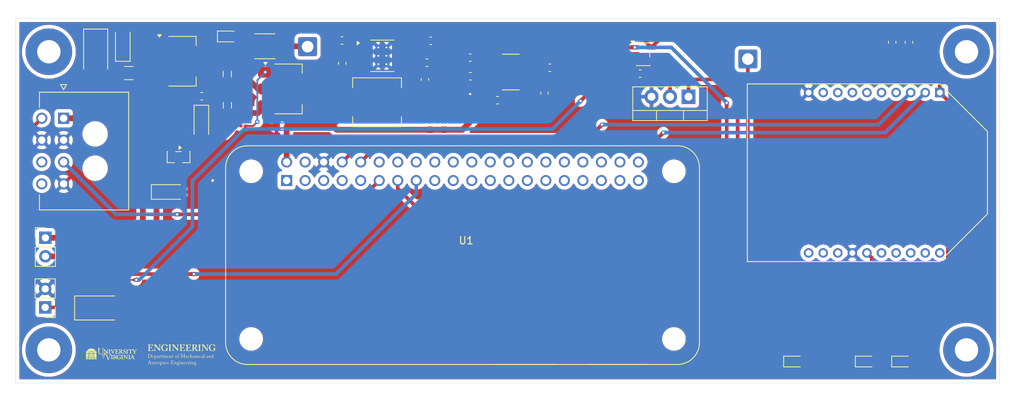
<source format=kicad_pcb>
(kicad_pcb (version 20241229) (generator "pcbnew") (generator_version "9.0")
  (layers (0 "F.Cu" signal) (2 "B.Cu" signal) (13 "F.Paste" user) (15 "B.Paste" user) (5 "F.SilkS" user "F.Silkscreen") (7 "B.SilkS" user "B.Silkscreen") (1 "F.Mask" user) (3 "B.Mask" user) (25 "Edge.Cuts" user))
  (net 0 "")
  (net 1 "GND")
  (net 2 "Net-(C1-Pad1)")
  (net 3 "/28v_inhibit/28V_Post_Inhibit")
  (net 4 "Net-(U2-INTVcc)")
  (net 5 "Net-(U2-TR{slash}SS)")
  (net 6 "5V_Pi")
  (net 7 "Net-(C6-Pad1)")
  (net 8 "Net-(U2-BST)")
  (net 9 "3V3")
  (net 10 "Net-(U4-REF)")
  (net 11 "Net-(U4-VREG)")
  (net 12 "Net-(U4-BYP)")
  (net 13 "Net-(D1-A1)")
  (net 14 "Net-(D2-A)")
  (net 15 "Net-(D3-A)")
  (net 16 "/28v_inhibit/POST_INHIB1")
  (net 17 "Net-(D4-A)")
  (net 18 "Net-(U2-FB)")
  (net 19 "Net-(D6-A)")
  (net 20 "Net-(D7-A)")
  (net 21 "Net-(D8-A)")
  (net 22 "/28v_inhibit/28v_IN")
  (net 23 "TE_2")
  (net 24 "Net-(Q1-S)")
  (net 25 "Net-(Q1-G)")
  (net 26 "Net-(Q2-G)")
  (net 27 "Net-(Q3-G)")
  (net 28 "Net-(U5-GND)")
  (net 29 "Net-(D7-K)")
  (net 30 "/Burn-Wire Circuit/CTRL_IN")
  (net 31 "/Burn-Wire Circuit/ENABLE")
  (net 32 "Net-(U2-RT)")
  (net 33 "Net-(U2-PG)")
  (net 34 "Net-(U3-ASSOCIATE{slash}AD5{slash}DIO5)")
  (net 38 "Net-(D9-K)")
  (net 40 "GPIO15")
  (net 50 "GPIO14")
  (net 87 "Net-(Q5-G)")
  (net 88 "Net-(R10-Pad2)")
  (net 90 "TE_1")
  (net 91 "Net-(J2-Pin_1)")
  (net 92 "Net-(J3-Pin_1)")
  (footprint "Resistor_SMD:R_0201_0603Metric" (layer "F.Cu") (at 163.4125 94.345 -90)
    (property "Reference" "R21" (hide yes))
    (property "Value" "10kΩ" (hide yes))
  )
  (footprint "Capacitor_SMD:C_0603_1608Metric" (layer "F.Cu") (at 176 52.7 90)
    (property "Reference" "C15" (hide yes))
    (property "Value" "47pF" (hide yes))
  )
  (footprint "Raspberry Pi Zero 2 W:MODULE_SC1176" (layer "F.Cu") (at 117.0575 81.9)
    (property "Reference" "U1")
    (property "Value" "Raspberry Pi Zero 2 W")
  )
  (footprint "Resistor_SMD:R_0201_0603Metric" (layer "F.Cu") (at 100.54 53.685 180)
    (property "Reference" "R15" (hide yes))
    (property "Value" "60.4kΩ" (hide yes))
  )
  (footprint "Connector_PinHeader_2.54mm:PinHeader_1x02_P2.54mm_Vertical" (layer "F.Cu") (at 59.8 89.075 180)
    (property "Reference" "SW3" (hide yes))
    (property "Value" "SAFE_switch" (hide yes))
  )
  (footprint "Resistor_SMD:R_0201_0603Metric" (layer "F.Cu") (at 85.145 64.175 180)
    (property "Reference" "R4" (hide yes))
    (property "Value" "100kΩ" (hide yes))
  )
  (footprint "" (layer "F.Cu") (at 186.2 94.9)
    (property "Reference" "")
    (property "Value" "")
  )
  (footprint "Resistor_SMD:R_0201_0603Metric" (layer "F.Cu") (at 138.28 53.25 180)
    (property "Reference" "R9" (hide yes))
    (property "Value" "100kΩ" (hide yes))
  )
  (footprint "Capacitor_SMD:C_0603_1608Metric" (layer "F.Cu") (at 118.125 57.36)
    (property "Reference" "C10" (hide yes))
    (property "Value" "1µF" (hide yes))
  )
  (footprint "Capacitor_SMD:C_0603_1608Metric" (layer "F.Cu") (at 100.5595 55.5825 90)
    (property "Reference" "C2" (hide yes))
    (property "Value" "4.7µF" (hide yes))
  )
  (footprint "HarnessDeck:MOLEX_430450800" (layer "F.Cu") (at 62.33 63.125 90)
    (property "Reference" "J1" (hide yes))
    (property "Value" "430450800")
  )
  (footprint "Capacitor_SMD:C_0603_1608Metric" (layer "F.Cu") (at 81.275 60.1 180)
    (property "Reference" "C1" (hide yes))
    (property "Value" "22 µF" (hide yes))
  )
  (footprint "LED_SMD:LED_0603_1608Metric" (layer "F.Cu") (at 172.425 96.5)
    (property "Reference" "D8" (hide yes))
    (property "Value" "LED" (hide yes))
  )
  (footprint "Package_TO_SOT_SMD:SOT-223-3_TabPin2" (layer "F.Cu") (at 78.6 55.3)
    (property "Reference" "Q1" (hide yes))
    (property "Value" "FQPF27P06" (hide yes))
  )
  (footprint "HEDGElogo:HEDGE-logo" (layer "F.Cu") (at 74.3 95.6)
    (property "Reference" "G***" (hide yes))
    (property "Value" "LOGO" (hide yes))
  )
  (footprint "Resistor_SMD:R_0201_0603Metric" (layer "F.Cu") (at 173.2 94.445 90)
    (property "Reference" "R20" (hide yes))
    (property "Value" "10 kΩ" (hide yes))
  )
  (footprint "XBee:XBP24-Z7SIT-004" (layer "F.Cu") (at 172.6 70.6 -90)
    (property "Reference" "U3" (hide yes))
    (property "Value" "DIGI XBee-PRO 900HP RF Module (S3B)")
  )
  (footprint "Capacitor_SMD:C_0603_1608Metric" (layer "F.Cu") (at 111.9 57.8 90)
    (property "Reference" "C6" (hide yes))
    (property "Value" "0.1µF" (hide yes))
  )
  (footprint "Package_TO_SOT_SMD:SOT-223-3_TabPin2" (layer "F.Cu") (at 93.15 59.1)
    (property "Reference" "Q2" (hide yes))
    (property "Value" "FQPF27P06" (hide yes))
  )
  (footprint "Inductor_SMD:L_Vishay_IHLP-2525" (layer "F.Cu") (at 105.329 60.925 180)
    (property "Reference" "L3" (hide yes))
    (property "Value" "4.7µH" (hide yes))
  )
  (footprint "Resistor_SMD:R_0201_0603Metric" (layer "F.Cu") (at 110.8 53.455 -90)
    (property "Reference" "R18" (hide yes))
    (property "Value" "100kΩ" (hide yes))
  )
  (footprint "Capacitor_SMD:C_0603_1608Metric" (layer "F.Cu") (at 178.3 52.7 90)
    (property "Reference" "C16" (hide yes))
    (property "Value" "1µF" (hide yes))
  )
  (footprint "Capacitor_SMD:C_0603_1608Metric" (layer "F.Cu") (at 112.7 52.5 180)
    (property "Reference" "C5" (hide yes))
    (property "Value" "10pF" (hide yes))
  )
  (footprint "Resistor_SMD:R_0201_0603Metric" (layer "F.Cu") (at 178.2 94.5 90)
    (property "Reference" "R19" (hide yes))
    (property "Value" "1 kΩ" (hide yes))
  )
  (footprint "Capacitor_SMD:C_0603_1608Metric" (layer "F.Cu") (at 118.125 54.81)
    (property "Reference" "C9" (hide yes))
    (property "Value" "1µF" (hide yes))
  )
  (footprint "Diode_SMD:D_SMA" (layer "F.Cu") (at 67.35 89.15)
    (property "Reference" "D5" (hide yes))
    (property "Value" "3.6 V Zener" (hide yes))
  )
  (footprint "Resistor_SMD:R_0201_0603Metric" (layer "F.Cu") (at 86.97 64.175 180)
    (property "Reference" "R3" (hide yes))
    (property "Value" "100Ω" (hide yes))
  )
  (footprint "LED_SMD:LED_0603_1608Metric" (layer "F.Cu") (at 84.9125 51.9)
    (property "Reference" "D4" (hide yes))
    (property "Value" "LED" (hide yes))
  )
  (footprint "Capacitor_SMD:C_0603_1608Metric" (layer "F.Cu") (at 92.325 64.125 180)
    (property "Reference" "C17" (hide yes))
    (property "Value" "47µF" (hide yes))
  )
  (footprint "Package_SO:MSOP-16-1EP_3x4.039mm_P0.5mm_EP1.651x2.845mm_ThermalVias" (layer "F.Cu") (at 106.06 54.56)
    (property "Reference" "U2" (hide yes))
    (property "Value" "LT8610AC" (hide yes))
  )
  (footprint "" (layer "F.Cu") (at 186.2 54)
    (property "Reference" "")
    (property "Value" "")
  )
  (footprint "Inductor_SMD:L_0805_2012Metric" (layer "F.Cu") (at 84.775 57.0625 -90)
    (property "Reference" "L1" (hide yes))
    (property "Value" "2.2µH" (hide yes))
  )
  (footprint "LED_SMD:LED_0603_1608Metric" (layer "F.Cu") (at 177.425 96.5)
    (property "Reference" "D6" (hide yes))
    (property "Value" "LED" (hide yes))
  )
  (footprint "Resistor_SMD:R_0201_0603Metric" (layer "F.Cu") (at 75.075 67.83 -90)
    (property "Reference" "R5" (hide yes))
    (property "Value" "10kΩ" (hide yes))
  )
  (footprint "Capacitor_SMD:C_0603_1608Metric" (layer "F.Cu") (at 129.025 56.2 180)
    (property "Reference" "C11" (hide yes))
    (property "Value" "1µF" (hide yes))
  )
  (footprint "Connector_Wire:SolderWire-0.75sqmm_1x01_D1.25mm_OD2.3mm" (layer "F.Cu") (at 156.2 55)
    (property "Reference" "J3" (hide yes))
    (property "Value" "Conn_01x01_Pin" (hide yes))
  )
  (footprint "Fuse:Fuse_1206_3216Metric" (layer "F.Cu") (at 71.275 56.925)
    (property "Reference" "F1" (hide yes))
    (property "Value" "045101.5" (hide yes))
  )
  (footprint "" (layer "F.Cu") (at 60.3 54)
    (property "Reference" "")
    (property "Value" "")
  )
  (footprint "Resistor_SMD:R_0201_0603Metric" (layer "F.Cu") (at 145.1425 55.3 180)
    (property "Reference" "R10" (hide yes))
    (property "Value" "47Ω" (hide yes))
  )
  (footprint "Package_TO_SOT_SMD:SOT-23" (layer "F.Cu") (at 78.1 68.4625 -90)
    (property "Reference" "Q3" (hide yes))
    (property "Value" "2N7000" (hide yes))
  )
  (footprint "Resistor_SMD:R_0201_0603Metric" (layer "F.Cu") (at 72.875 52.455 90)
    (property "Reference" "R1" (hide yes))
    (property "Value" "100Ω" (hide yes))
  )
  (footprint "Capacitor_SMD:C_0603_1608Metric" (layer "F.Cu") (at 141.425 57)
    (property "Reference" "C13" (hide yes))
    (property "Value" "0.1 µF" (hide yes))
  )
  (footprint "Resistor_SMD:R_0201_0603Metric" (layer "F.Cu") (at 112.67 51.2)
    (property "Reference" "R17" (hide yes))
    (property "Value" "412kΩ" (hide yes))
  )
  (footprint "Capacitor_SMD:C_0603_1608Metric" (layer "F.Cu") (at 121.865 60.645 180)
    (property "Reference" "C12" (hide yes))
    (property "Value" "10µF" (hide yes))
  )
  (footprint "Package_TO_SOT_THT:TO-220-3_Vertical" (layer "F.Cu") (at 148.0625 60.175 180)
    (property "Reference" "Q5" (hide yes))
    (property "Value" "NMOS" (hide yes))
  )
  (footprint "Capacitor_SMD:C_0603_1608Metric" (layer "F.Cu") (at 112.6 63.925 -90)
    (property "Reference" "C14" (hide yes))
    (property "Value" "47µF" (hide yes))
  )
  (footprint "Resistor_SMD:R_0201_0603Metric" (layer "F.Cu") (at 74.23 51.1)
    (property "Reference" "R2" (hide yes))
    (property "Value" "100kΩ" (hide yes))
  )
  (footprint "LED_SMD:LED_0603_1608Metric" (layer "F.Cu") (at 162.6 96.5)
    (property "Reference" "D7" (hide yes))
    (property "Value" "LED" (hide yes))
  )
  (footprint "Resistor_SMD:R_0201_0603Metric" (layer "F.Cu") (at 85.9 53.545 -90)
    (property "Reference" "R22" (hide yes))
    (property "Value" "10kΩ" (hide yes))
  )
  (footprint "Capacitor_SMD:C_0603_1608Metric" (layer "F.Cu") (at 100.51 52.46 180)
    (property "Reference" "C4" (hide yes))
    (property "Value" "10nF" (hide yes))
  )
  (footprint "Capacitor_SMD:C_0603_1608Metric" (layer "F.Cu") (at 128.3 59.675 90)
    (property "Reference" "C8" (hide yes))
    (property "Value" "10µF" (hide yes))
  )
  (footprint "Package_TO_SOT_SMD:SOT-23-5" (layer "F.Cu") (at 141.8375 54.35)
    (property "Reference" "U5" (hide yes))
    (property "Value" "74LVC1G08" (hide yes))
  )
  (footprint "Diode_SMD:D_SMA" (layer "F.Cu") (at 66.725 54.4 -90)
    (property "Reference" "D1" (hide yes))
    (property "Value" "SMAJ36A" (hide yes))
  )
  (footprint "ADP7158ARDZ-3.3-R7:SOIC127P600X175-9N" (layer "F.Cu") (at 123.665 56.785 180)
    (property "Reference" "U4" (hide yes))
    (property "Value" "ADP7159" (hide yes))
  )
  (footprint "Resistor_SMD:R_0201_0603Metric" (layer "F.Cu") (at 75.555 70.1 180)
    (property "Reference" "R6" (hide yes))
    (property "Value" "100kΩ" (hide yes))
  )
  (footprint "Fuse:Fuse_1812_4532Metric" (layer "F.Cu") (at 89.9375 53.25 180)
    (property "Reference" "F2" (hide yes))
    (property "Value" "1.0 A" (hide yes))
  )
  (footprint "Diode_SMD:D_SOD-123" (layer "F.Cu") (at 76.725 73.2375)
    (property "Reference" "D9" (hide yes))
    (property "Value" "BZT52B12" (hide yes))
  )
  (footprint "Capacitor_SMD:C_0603_1608Metric" (layer "F.Cu") (at 112.175 55.5 180)
    (property "Reference" "C3" (hide yes))
    (property "Value" "1µF" (hide yes))
  )
  (footprint "" (layer "F.Cu") (at 60.3 94.9)
    (property "Reference" "")
    (property "Value" "")
  )
  (footprint "Diode_SMD:D_SOD-123" (layer "F.Cu") (at 81.225 63.7 -90)
    (property "Reference" "D3" (hide yes))
    (property "Value" "BZT52B12" (hide yes))
  )
  (footprint "Connector_Wire:SolderWire-0.75sqmm_1x01_D1.25mm_OD2.3mm" (layer "F.Cu") (at 95.8 53.3)
    (property "Reference" "J2" (hide yes))
    (property "Value" "Conn_01x01_Pin" (hide yes))
  )
  (footprint "Resistor_SMD:R_0201_0603Metric" (layer "F.Cu") (at 145.1675 56.75)
    (property "Reference" "R11" (hide yes))
    (property "Value" "100kΩ" (hide yes))
  )
  (footprint "Inductor_SMD:L_0805_2012Metric" (layer "F.Cu") (at 84.8 61.3375 -90)
    (property "Reference" "L2" (hide yes))
    (property "Value" "2.2µH" (hide yes))
  )
  (footprint "Connector_PinHeader_2.54mm:PinHeader_1x02_P2.54mm_Vertical" (layer "F.Cu") (at 59.825 79.525)
    (property "Reference" "SW1" (hide yes))
    (property "Value" "SAFE_switch" (hide yes))
  )
  (footprint "Resistor_SMD:R_0201_0603Metric" (layer "F.Cu") (at 107.91 51.225)
    (property "Reference" "R16" (hide yes))
    (property "Value" "100kΩ" (hide yes))
  )
  (footprint "Resistor_SMD:R_0201_0603Metric" (layer "F.Cu") (at 65.63 86.15 180)
    (property "Reference" "R7" (hide yes))
    (property "Value" "10kΩ" (hide yes))
  )
  (footprint "Capacitor_SMD:C_0603_1608Metric" (layer "F.Cu") (at 114.5 63.925 -90)
    (property "Reference" "C7" (hide yes))
    (property "Value" "47µF" (hide yes))
  )
  (footprint "Resistor_SMD:R_0201_0603Metric" (layer "F.Cu") (at 69.9 86.175)
    (property "Reference" "R23" (hide yes))
    (property "Value" "100kΩ" (hide yes))
  )
  (footprint "Diode_SMD:D_SOD-123" (layer "F.Cu") (at 70.45 52.95 90)
    (property "Reference" "D2" (hide yes))
    (property "Value" "BZT52B12" (hide yes))
  )
  (footprint "Resistor_SMD:R_0201_0603Metric" (layer "F.Cu") (at 138.28 54.625 180)
    (property "Reference" "R8" (hide yes))
    (property "Value" "100kΩ" (hide yes))
  )
  (gr_line (start 190.756722 49.430114) (end 190.756722 99.430114) (stroke (width 0.05)) (layer "Edge.Cuts"))
  (gr_line (start 55.756722 49.430114) (end 190.756722 49.430114) (stroke (width 0.05)) (layer "Edge.Cuts"))
  (gr_line (start 55.756722 99.430114) (end 190.756722 99.430114) (stroke (width 0.05)) (layer "Edge.Cuts"))
  (gr_line (start 55.756722 49.430114) (end 55.756722 99.430114) (stroke (width 0.05)) (layer "Edge.Cuts"))
  (segment (start 99.735 52.46) (end 100.516 51.679) (width 0.25) (layer "F.Cu") (net 1))
  (segment (start 106.06 55.157) (end 106.06 54.56) (width 0.25) (layer "F.Cu") (net 1))
  (segment (start 106.06 52.8875) (end 106.06 54.56) (width 0.25) (layer "F.Cu") (net 1))
  (segment (start 103.91 56.31) (end 104.907 56.31) (width 0.25) (layer "F.Cu") (net 1))
  (segment (start 112.956 55.506) (end 112.956 62.794) (width 0.8) (layer "F.Cu") (net 1))
  (segment (start 106.06 52.755) (end 107.59 51.225) (width 0.25) (layer "F.Cu") (net 1))
  (segment (start 137.96 53.25) (end 137.96 54.625) (width 0.25) (layer "F.Cu") (net 1))
  (segment (start 100.516 51.679) (end 104.8515 51.679) (width 0.25) (layer "F.Cu") (net 1))
  (segment (start 104.8515 51.679) (end 106.06 52.8875) (width 0.25) (layer "F.Cu") (net 1))
  (segment (start 117.35 54.81) (end 117.35 57.36) (width 0.5) (layer "F.Cu") (net 1))
  (segment (start 106.06 54.56) (end 106.06 52.755) (width 0.25) (layer "F.Cu") (net 1))
  (segment (start 112.956 62.794) (end 112.6 63.15) (width 0.8) (layer "F.Cu") (net 1))
  (segment (start 104.907 56.31) (end 106.06 55.157) (width 0.25) (layer "F.Cu") (net 1))
  (segment (start 112.95 55.5) (end 112.956 55.506) (width 0.8) (layer "F.Cu") (net 1))
  (via (at 118.1 59.8) (size 0.6) (drill 0.3) (layers "F.Cu" "B.Cu") (net 1))
  (segment (start 84.775 60.25) (end 84.8 60.275) (width 0.8) (layer "F.Cu") (net 2))
  (segment (start 84.775 58.125) (end 84.775 60.25) (width 0.8) (layer "F.Cu") (net 2))
  (segment (start 82.05 60.1) (end 84.625 60.1) (width 0.8) (layer "F.Cu") (net 2))
  (segment (start 84.625 60.1) (end 84.8 60.275) (width 0.8) (layer "F.Cu") (net 2))
  (segment (start 87.185 53.865) (end 87.8 53.25) (width 0.25) (layer "F.Cu") (net 3))
  (segment (start 96.3 59.1) (end 96.3 58.592) (width 0.8) (layer "F.Cu") (net 3))
  (segment (start 96.3 58.592) (end 100.082 54.81) (width 0.8) (layer "F.Cu") (net 3))
  (segment (start 90 59.1) (end 96.3 59.1) (width 0.8) (layer "F.Cu") (net 3))
  (segment (start 87.8 57.9) (end 87.8 53.25) (width 0.8) (layer "F.Cu") (net 3))
  (segment (start 89 59.1) (end 90 59.1) (width 0.8) (layer "F.Cu") (net 3))
  (segment (start 85.9 53.865) (end 87.185 53.865) (width 0.25) (layer "F.Cu") (net 3))
  (segment (start 100.082 54.81) (end 103.91 54.81) (width 0.8) (layer "F.Cu") (net 3))
  (segment (start 89 59.1) (end 87.8 57.9) (width 0.8) (layer "F.Cu") (net 3))
  (segment (start 110.232994 55.5) (end 109.042994 54.31) (width 0.25) (layer "F.Cu") (net 4))
  (segment (start 109.042994 54.31) (end 108.21 54.31) (width 0.25) (layer "F.Cu") (net 4))
  (segment (start 111.4 55.5) (end 110.232994 55.5) (width 0.25) (layer "F.Cu") (net 4))
  (segment (start 103.91 53.31) (end 102.135 53.31) (width 0.2) (layer "F.Cu") (net 5))
  (segment (start 102.135 53.31) (end 101.285 52.46) (width 0.2) (layer "F.Cu") (net 5))
  (segment (start 109.329297 53.81) (end 109.519297 54) (width 0.25) (layer "F.Cu") (net 6))
  (segment (start 121.19 60.545) (end 121.09 60.645) (width 0.8) (layer "F.Cu") (net 6))
  (segment (start 117.2 52.71) (end 117.41 52.5) (width 0.8) (layer "F.Cu") (net 6))
  (segment (start 99.783 64.7) (end 114.5 64.7) (width 0.8) (layer "F.Cu") (net 6))
  (segment (start 110.1 54) (end 109.519297 54) (width 0.5) (layer "F.Cu") (net 6))
  (segment (start 117.035 64.7) (end 114.5 64.7) (width 0.8) (layer "F.Cu") (net 6))
  (segment (start 113.8 53.8) (end 113.6 54) (width 0.8) (layer "F.Cu") (net 6))
  (segment (start 114.9 59.8) (end 114.9 55) (width 0.8) (layer "F.Cu") (net 6))
  (segment (start 108.21 53.81) (end 109.329297 53.81) (width 0.25) (layer "F.Cu") (net 6))
  (segment (start 109.519297 54) (end 109.409648 53.890352) (width 0.5) (layer "F.Cu") (net 6))
  (segment (start 118.4175 63.3175) (end 117.035 64.7) (width 0.8) (layer "F.Cu") (net 6))
  (segment (start 92.9275 69.13) (end 92.9275 64.2975) (width 0.8) (layer "F.Cu") (net 6))
  (segment (start 121.19 58.69) (end 121.19 60.545) (width 0.8) (layer "F.Cu") (net 6))
  (segment (start 115.1 52.5) (end 113.475 52.5) (width 0.8) (layer "F.Cu") (net 6))
  (segment (start 115.1 52.5) (end 113.8 53.8) (width 0.8) (layer "F.Cu") (net 6))
  (segment (start 99.208 64.125) (end 102.408 60.925) (width 0.8) (layer "F.Cu") (net 6))
  (segment (start 123.76 52.5) (end 126.14 54.88) (width 0.8) (layer "F.Cu") (net 6))
  (segment (start 113.6 54) (end 110.1 54) (width 0.8) (layer "F.Cu") (net 6))
  (segment (start 113.475 52.5) (end 113.475 51.514) (width 0.8) (layer "F.Cu") (net 6))
  (segment (start 99.208 64.125) (end 99.783 64.7) (width 0.8) (layer "F.Cu") (net 6))
  (segment (start 113.475 51.514) (end 113.161 51.2) (width 0.8) (layer "F.Cu") (net 6))
  (segment (start 114.9 55) (end 117.19 52.71) (width 0.8) (layer "F.Cu") (net 6))
  (segment (start 92.9275 64.2975) (end 93.1 64.125) (width 0.8) (layer "F.Cu") (net 6))
  (segment (start 93.1 64.125) (end 99.208 64.125) (width 0.8) (layer "F.Cu") (net 6))
  (segment (start 121.09 60.645) (end 118.4175 63.3175) (width 0.8) (layer "F.Cu") (net 6))
  (segment (start 118.4175 63.3175) (end 114.9 59.8) (width 0.8) (layer "F.Cu") (net 6))
  (segment (start 117.41 52.5) (end 123.76 52.5) (width 0.8) (layer "F.Cu") (net 6))
  (segment (start 117.41 52.5) (end 115.1 52.5) (width 0.8) (layer "F.Cu") (net 6))
  (segment (start 110.475 58.575) (end 110.6 58.575) (width 0.5) (layer "F.Cu") (net 7))
  (segment (start 108.21 56.31) (end 110.475 58.575) (width 0.5) (layer "F.Cu") (net 7))
  (segment (start 110.6 58.575) (end 108.25 60.925) (width 0.5) (layer "F.Cu") (net 7))
  (segment (start 108.21 56.31) (end 108.21 55.411) (width 0.5) (layer "F.Cu") (net 7))
  (segment (start 111.9 58.575) (end 110.6 58.575) (width 0.5) (layer "F.Cu") (net 7))
  (segment (start 111.183824 57.025) (end 111.9 57.025) (width 0.2) (layer "F.Cu") (net 8))
  (segment (start 108.968824 54.81) (end 111.183824 57.025) (width 0.2) (layer "F.Cu") (net 8))
  (segment (start 108.21 54.81) (end 108.968824 54.81) (width 0.2) (layer "F.Cu") (net 8))
  (segment (start 182.54 57.715) (end 178.3 53.475) (width 0.5) (layer "F.Cu") (net 9))
  (segment (start 182.54 59.6) (end 182.54 57.715) (width 0.5) (layer "F.Cu") (net 9))
  (segment (start 144.075 52.3) (end 174.825 52.3) (width 0.5) (layer "F.Cu") (net 9))
  (segment (start 130.8 58.9) (end 137.5 52.2) (width 0.5) (layer "F.Cu") (net 9))
  (segment (start 142.975 53.4) (end 144.075 52.3) (width 0.5) (layer "F.Cu") (net 9))
  (segment (start 175.925 53.4) (end 176 53.475) (width 0.2) (layer "F.Cu") (net 9))
  (segment (start 128.09 58.69) (end 128.3 58.9) (width 0.5) (layer "F.Cu") (net 9))
  (segment (start 183.645 60.705) (end 183.645 88.735) (width 0.5) (layer "F.Cu") (net 9))
  (segment (start 128.3 58.9) (end 130.8 58.9) (width 0.5) (layer "F.Cu") (net 9))
  (segment (start 126.14 58.69) (end 128.09 58.69) (width 0.5) (layer "F.Cu") (net 9))
  (segment (start 178.3 53.475) (end 176 53.475) (width 0.5) (layer "F.Cu") (net 9))
  (segment (start 137.5 52.2) (end 141.775 52.2) (width 0.5) (layer "F.Cu") (net 9))
  (segment (start 174.825 52.3) (end 176 53.475) (width 0.5) (layer "F.Cu") (net 9))
  (segment (start 183.645 88.735) (end 178.241 94.139) (width 0.5) (layer "F.Cu") (net 9))
  (segment (start 141.775 52.2) (end 142.975 53.4) (width 0.5) (layer "F.Cu") (net 9))
  (segment (start 178.241 94.139) (end 178.2 94.139) (width 0.5) (layer "F.Cu") (net 9))
  (segment (start 126.14 57.42) (end 126.14 58.69) (width 0.5) (layer "F.Cu") (net 9))
  (segment (start 142.975 53.4) (end 143.05 53.475) (width 0.5) (layer "F.Cu") (net 9))
  (segment (start 182.54 59.6) (end 183.645 60.705) (width 0.5) (layer "F.Cu") (net 9))
  (segment (start 121.19 56.15) (end 121.19 54.88) (width 0.5) (layer "F.Cu") (net 10))
  (segment (start 121.12 54.81) (end 121.19 54.88) (width 0.25) (layer "F.Cu") (net 10))
  (segment (start 118.57 54.88) (end 118.5 54.81) (width 0.25) (layer "F.Cu") (net 10))
  (segment (start 118.9 54.81) (end 121.12 54.81) (width 0.25) (layer "F.Cu") (net 10))
  (segment (start 118.9 57.36) (end 121.13 57.36) (width 0.25) (layer "F.Cu") (net 11))
  (segment (start 118.56 57.42) (end 118.5 57.36) (width 0.25) (layer "F.Cu") (net 11))
  (segment (start 121.13 57.36) (end 121.19 57.42) (width 0.25) (layer "F.Cu") (net 11))
  (segment (start 128.2 56.15) (end 128.25 56.2) (width 0.25) (layer "F.Cu") (net 12))
  (segment (start 126.15 56.16) (end 126.14 56.15) (width 0.2) (layer "F.Cu") (net 12))
  (segment (start 126.14 56.15) (end 128.2 56.15) (width 0.25) (layer "F.Cu") (net 12))
  (segment (start 72.675 56.925) (end 72.675 56.825) (width 0.8) (layer "F.Cu") (net 13))
  (segment (start 68.925 54.6) (end 66.725 52.4) (width 0.8) (layer "F.Cu") (net 13))
  (segment (start 72.675 56.825) (end 70.45 54.6) (width 0.8) (layer "F.Cu") (net 13))
  (segment (start 70.45 54.6) (end 68.925 54.6) (width 0.8) (layer "F.Cu") (net 13))
  (segment (start 72.675 56.925) (end 74.775 56.925) (width 0.8) (layer "F.Cu") (net 13))
  (segment (start 74.775 56.925) (end 75.45 57.6) (width 0.8) (layer "F.Cu") (net 13))
  (segment (start 70.45 51.3) (end 72.04 51.3) (width 0.2) (layer "F.Cu") (net 14))
  (segment (start 72.04 51.3) (end 72.875 52.135) (width 0.2) (layer "F.Cu") (net 14))
  (segment (start 72.875 52.135) (end 73.91 51.1) (width 0.2) (layer "F.Cu") (net 14))
  (segment (start 79.05 67.525) (end 81.225 65.35) (width 0.8) (layer "F.Cu") (net 15))
  (segment (start 85.1 64.8) (end 84.55 65.35) (width 0.5) (layer "F.Cu") (net 15))
  (segment (start 85.465 64.175) (end 85.465 64.435) (width 0.25) (layer "F.Cu") (net 15))
  (segment (start 85.465 64.435) (end 85.1 64.8) (width 0.25) (layer "F.Cu") (net 15))
  (segment (start 85.465 64.175) (end 86.65 64.175) (width 0.2) (layer "F.Cu") (net 15))
  (segment (start 84.55 65.35) (end 81.225 65.35) (width 0.5) (layer "F.Cu") (net 15))
  (segment (start 84.8 62.4) (end 84.784 62.416) (width 0.5) (layer "F.Cu") (net 16))
  (segment (start 84.45 62.05) (end 84.8 62.4) (width 0.8) (layer "F.Cu") (net 16))
  (segment (start 81.225 62.05) (end 84.45 62.05) (width 0.8) (layer "F.Cu") (net 16))
  (segment (start 59.825 79.525) (end 70.975 79.525) (width 0.8) (layer "F.Cu") (net 16))
  (segment (start 84.784 62.416) (end 84.784 64.175) (width 0.5) (layer "F.Cu") (net 16))
  (segment (start 76.25 62.05) (end 81.225 62.05) (width 0.8) (layer "F.Cu") (net 16))
  (segment (start 70.975 79.525) (end 73.2 77.3) (width 0.8) (layer "F.Cu") (net 16))
  (segment (start 84.8 62.4) (end 89 62.4) (width 0.8) (layer "F.Cu") (net 16))
  (segment (start 73.2 65.1) (end 76.25 62.05) (width 0.8) (layer "F.Cu") (net 16))
  (segment (start 89 62.4) (end 90 61.4) (width 0.8) (layer "F.Cu") (net 16))
  (segment (start 73.2 77.3) (end 73.2 65.1) (width 0.8) (layer "F.Cu") (net 16))
  (segment (start 85.9 52.1) (end 85.7 51.9) (width 0.25) (layer "F.Cu") (net 17))
  (segment (start 85.9 53.225) (end 85.9 52.1) (width 0.25) (layer "F.Cu") (net 17))
  (segment (start 108.23 52.689) (end 108.21 52.709) (width 0.2) (layer "F.Cu") (net 18))
  (segment (start 108.21 52.81) (end 108.52 52.5) (width 0.25) (layer "F.Cu") (net 18))
  (segment (start 111.925 52.5) (end 111.925 51.454) (width 0.8) (layer "F.Cu") (net 18))
  (segment (start 108.23 51.225) (end 108.23 52.689) (width 0.2) (layer "F.Cu") (net 18))
  (segment (start 111.925 51.454) (end 112.179 51.2) (width 0.8) (layer "F.Cu") (net 18))
  (segment (start 108.52 52.5) (end 111.925 52.5) (width 0.25) (layer "F.Cu") (net 18))
  (segment (start 178.2125 94.8325) (end 178.2 94.82) (width 0.2) (layer "F.Cu") (net 19))
  (segment (start 178.2125 96.5) (end 178.2125 94.8325) (width 0.2) (layer "F.Cu") (net 19))
  (segment (start 163.3875 94.69) (end 163.4125 94.665) (width 0.2) (layer "F.Cu") (net 20))
  (segment (start 163.3875 96.5) (end 163.3875 94.69) (width 0.2) (layer "F.Cu") (net 20))
  (segment (start 173.2125 96.5) (end 173.2125 94.7775) (width 0.2) (layer "F.Cu") (net 21))
  (segment (start 173.2125 94.7775) (end 173.2 94.765) (width 0.2) (layer "F.Cu") (net 21))
  (segment (start 63.675 63.125) (end 69.875 56.925) (width 0.8) (layer "F.Cu") (net 22))
  (segment (start 62.33 63.125) (end 63.675 63.125) (width 0.8) (layer "F.Cu") (net 22))
  (segment (start 57.6 83.1) (end 59 84.5) (width 0.5) (layer "F.Cu") (net 23))
  (segment (start 65.269 86.109) (end 65.269 86.15) (width 0.5) (layer "F.Cu") (net 23))
  (segment (start 57.6 64.855) (end 57.6 83.1) (width 0.5) (layer "F.Cu") (net 23))
  (segment (start 59 84.5) (end 63.66 84.5) (width 0.5) (layer "F.Cu") (net 23))
  (segment (start 59.33 63.125) (end 57.6 64.855) (width 0.5) (layer "F.Cu") (net 23))
  (segment (start 80.2 84.5) (end 63.66 84.5) (width 0.5) (layer "F.Cu") (net 23))
  (segment (start 63.66 84.5) (end 65.269 86.109) (width 0.5) (layer "F.Cu") (net 23))
  (via (at 80.2 84.5) (size 0.6) (drill 0.3) (layers "F.Cu" "B.Cu") (net 23))
  (segment (start 110.7075 73.4925) (end 110.7075 71.67) (width 0.5) (layer "B.Cu") (net 23))
  (segment (start 80.2 84.5) (end 99.7 84.5) (width 0.5) (layer "B.Cu") (net 23))
  (segment (start 99.7 84.5) (end 110.7075 73.4925) (width 0.5) (layer "B.Cu") (net 23))
  (segment (start 75.45 55.3) (end 81.75 55.3) (width 0.8) (layer "F.Cu") (net 24))
  (segment (start 84.075 55.3) (end 84.775 56) (width 0.8) (layer "F.Cu") (net 24))
  (segment (start 81.75 55.3) (end 84.075 55.3) (width 0.8) (layer "F.Cu") (net 24))
  (segment (start 84.75 56.025) (end 84.775 56) (width 0.8) (layer "F.Cu") (net 24))
  (segment (start 75.45 53) (end 73.059 53) (width 0.5) (layer "F.Cu") (net 25))
  (segment (start 73.059 53) (end 72.875 52.816) (width 0.5) (layer "F.Cu") (net 25))
  (segment (start 88.9 63.6) (end 88.325 64.175) (width 0.25) (layer "F.Cu") (net 26))
  (segment (start 88.325 64.175) (end 87.29 64.175) (width 0.25) (layer "F.Cu") (net 26))
  (via (at 88.9 63.6) (size 0.6) (drill 0.3) (layers "F.Cu" "B.Cu") (net 26))
  (via (at 90 56.8) (size 0.6) (drill 0.3) (layers "F.Cu" "B.Cu") (net 26))
  (segment (start 88.9 57.9) (end 90 56.8) (width 0.25) (layer "B.Cu") (net 26))
  (segment (start 88.9 63.6) (end 88.9 57.9) (width 0.25) (layer "B.Cu") (net 26))
  (segment (start 76.964 67.339) (end 75.075 67.339) (width 0.8) (layer "F.Cu") (net 27))
  (segment (start 77.15 67.525) (end 76.964 67.339) (width 0.8) (layer "F.Cu") (net 27))
  (segment (start 140.7 56.95) (end 140.65 57) (width 0.2) (layer "F.Cu") (net 28))
  (segment (start 140.7 55.3) (end 140.7 56.95) (width 0.2) (layer "F.Cu") (net 28))
  (segment (start 152.6 57.8) (end 154.8 60) (width 0.5) (layer "F.Cu") (net 29))
  (segment (start 161.8125 93.9125) (end 161.8125 96.5) (width 0.5) (layer "F.Cu") (net 29))
  (segment (start 154.8 86.9) (end 161.8125 93.9125) (width 0.5) (layer "F.Cu") (net 29))
  (segment (start 148.0625 60.175) (end 148.0625 58.5375) (width 0.5) (layer "F.Cu") (net 29))
  (segment (start 148.0625 58.5375) (end 148.8 57.8) (width 0.5) (layer "F.Cu") (net 29))
  (segment (start 154.8 60) (end 154.8 86.9) (width 0.5) (layer "F.Cu") (net 29))
  (segment (start 148.8 57.8) (end 152.6 57.8) (width 0.5) (layer "F.Cu") (net 29))
  (segment (start 108.1675 72.7675) (end 110.4 75) (width 0.5) (layer "F.Cu") (net 30))
  (segment (start 153.3 72.8) (end 153.3 61) (width 0.5) (layer "F.Cu") (net 30))
  (segment (start 140.7 53.4) (end 138.791 53.4) (width 0.5) (layer "F.Cu") (net 30))
  (segment (start 108.1675 71.67) (end 108.1675 72.7675) (width 0.5) (layer "F.Cu") (net 30))
  (segment (start 151.1 75) (end 153.3 72.8) (width 0.5) (layer "F.Cu") (net 30))
  (segment (start 138.791 53.4) (end 138.641 53.25) (width 0.5) (layer "F.Cu") (net 30))
  (segment (start 110.4 75) (end 151.1 75) (width 0.5) (layer "F.Cu") (net 30))
  (via (at 140.7 53.4) (size 0.6) (drill 0.3) (layers "F.Cu" "B.Cu") (net 30))
  (via (at 153.3 61) (size 0.6) (drill 0.3) (layers "F.Cu" "B.Cu") (net 30))
  (segment (start 153.3 61) (end 145.7 53.4) (width 0.5) (layer "B.Cu") (net 30))
  (segment (start 145.7 53.4) (end 140.7 53.4) (width 0.5) (layer "B.Cu") (net 30))
  (segment (start 65.35 89.15) (end 65.991 88.509) (width 0.5) (layer "F.Cu") (net 31))
  (segment (start 59.8 89.075) (end 65.275 89.075) (width 0.5) (layer "F.Cu") (net 31))
  (segment (start 138.916 54.35) (end 140.7 54.35) (width 0.5) (layer "F.Cu") (net 31))
  (segment (start 72.3 85.3) (end 69.9 85.3) (width 0.2) (layer "F.Cu") (net 31))
  (segment (start 133.25 60.75) (end 138.641 55.359) (width 0.5) (layer "F.Cu") (net 31))
  (segment (start 138.641 54.625) (end 138.916 54.35) (width 0.5) (layer "F.Cu") (net 31))
  (segment (start 69.58 85.62) (end 69.58 86.175) (width 0.2) (layer "F.Cu") (net 31))
  (segment (start 69.9 85.3) (end 69.58 85.62) (width 0.2) (layer "F.Cu") (net 31))
  (segment (start 65.991 88.509) (end 65.991 86.15) (width 0.5) (layer "F.Cu") (net 31))
  (segment (start 138.641 55.359) (end 138.641 54.625) (width 0.5) (layer "F.Cu") (net 31))
  (segment (start 65.95 86.15) (end 69.555 86.15) (width 0.25) (layer "F.Cu") (net 31))
  (segment (start 65.275 89.075) (end 65.35 89.15) (width 0.5) (layer "F.Cu") (net 31))
  (segment (start 69.555 86.15) (end 69.58 86.175) (width 0.25) (layer "F.Cu") (net 31))
  (via (at 133.25 60.75) (size 0.6) (drill 0.3) (layers "F.Cu" "B.Cu") (net 31))
  (via (at 72.3 85.3) (size 0.6) (drill 0.3) (layers "F.Cu" "B.Cu") (net 31))
  (segment (start 80 71.7) (end 87.1 64.6) (width 0.5) (layer "B.Cu") (net 31))
  (segment (start 129.4 64.6) (end 133.25 60.75) (width 0.5) (layer "B.Cu") (net 31))
  (segment (start 72.7 85.3) (end 80 78) (width 0.5) (layer "B.Cu") (net 31))
  (segment (start 72.3 85.3) (end 72.7 85.3) (width 0.5) (layer "B.Cu") (net 31))
  (segment (start 87.1 64.6) (end 129.4 64.6) (width 0.5) (layer "B.Cu") (net 31))
  (segment (start 80 78) (end 80 71.7) (width 0.5) (layer "B.Cu") (net 31))
  (segment (start 100.86 53.685) (end 100.985 53.81) (width 0.2) (layer "F.Cu") (net 32))
  (segment (start 100.985 53.81) (end 103.91 53.81) (width 0.2) (layer "F.Cu") (net 32))
  (segment (start 110.441001 53.294) (end 110.600001 53.135) (width 0.25) (layer "F.Cu") (net 33))
  (segment (start 110.600001 53.135) (end 110.8 53.135) (width 0.25) (layer "F.Cu") (net 33))
  (segment (start 108.21 53.31) (end 108.226 53.294) (width 0.25) (layer "F.Cu") (net 33))
  (segment (start 108.226 53.294) (end 110.441001 53.294) (width 0.25) (layer "F.Cu") (net 33))
  (segment (start 172.54 81.6) (end 173.2 82.26) (width 0.5) (layer "F.Cu") (net 34))
  (segment (start 173.2 82.26) (end 173.2 94.084) (width 0.5) (layer "F.Cu") (net 34))
  (segment (start 75.075 68.675) (end 75.1 68.7) (width 0.25) (layer "F.Cu") (net 38))
  (segment (start 75.075 72.975) (end 75.064 72.964) (width 0.8) (layer "F.Cu") (net 38))
  (segment (start 75.075 78.125) (end 75.075 73.2375) (width 0.8) (layer "F.Cu") (net 38))
  (segment (start 75.064 72.964) (end 75.064 70.1) (width 0.8) (layer "F.Cu") (net 38))
  (segment (start 75.075 73.2375) (end 75.075 72.975) (width 0.8) (layer "F.Cu") (net 38))
  (segment (start 75.1 68.7) (end 75.1 70.064) (width 0.5) (layer "F.Cu") (net 38))
  (segment (start 75.075 68.15) (end 75.075 68.675) (width 0.25) (layer "F.Cu") (net 38))
  (segment (start 59.825 82.065) (end 71.135 82.065) (width 0.8) (layer "F.Cu") (net 38))
  (segment (start 71.135 82.065) (end 75.075 78.125) (width 0.8) (layer "F.Cu") (net 38))
  (segment (start 142.7 67) (end 144.6 65.1) (width 0.5) (layer "F.Cu") (net 40))
  (segment (start 105.2175 67) (end 142.7 67) (width 0.5) (layer "F.Cu") (net 40))
  (segment (start 103.0875 69.13) (end 105.2175 67) (width 0.5) (layer "F.Cu") (net 40))
  (via (at 144.6 65.1) (size 0.6) (drill 0.3) (layers "F.Cu" "B.Cu") (net 40))
  (segment (start 175.04 65.1) (end 180.54 59.6) (width 0.5) (layer "B.Cu") (net 40))
  (segment (start 144.6 65.1) (end 175.04 65.1) (width 0.5) (layer "B.Cu") (net 40))
  (segment (start 100.5475 69.13) (end 103.7775 65.9) (width 0.5) (layer "F.Cu") (net 50))
  (segment (start 103.7775 65.9) (end 134.3 65.9) (width 0.5) (layer "F.Cu") (net 50))
  (segment (start 134.3 65.9) (end 136.2 64) (width 0.5) (layer "F.Cu") (net 50))
  (via (at 136.2 64) (size 0.6) (drill 0.3) (layers "F.Cu" "B.Cu") (net 50))
  (segment (start 136.2 64) (end 174.14 64) (width 0.5) (layer "B.Cu") (net 50))
  (segment (start 174.14 64) (end 178.54 59.6) (width 0.5) (layer "B.Cu") (net 50))
  (segment (start 145.4875 56.75) (end 145.4875 56.9125) (width 0.2) (layer "F.Cu") (net 87))
  (segment (start 145.5225 60.175) (end 145.5285 60.169) (width 0.5) (layer "F.Cu") (net 87))
  (segment (start 145.4875 56.9125) (end 145.5225 56.9475) (width 0.2) (layer "F.Cu") (net 87))
  (segment (start 145.5285 55.325) (end 145.5035 55.3) (width 0.5) (layer "F.Cu") (net 87))
  (segment (start 145.5285 60.169) (end 145.5285 55.325) (width 0.5) (layer "F.Cu") (net 87))
  (segment (start 145.4625 56.725) (end 145.4875 56.75) (width 0.2) (layer "F.Cu") (net 87))
  (segment (start 142.975 55.3) (end 144.7815 55.3) (width 0.5) (layer "F.Cu") (net 88))
  (segment (start 100.9975 76.3) (end 77.9 76.3) (width 0.5) (layer "F.Cu") (net 90))
  (segment (start 105.6275 71.67) (end 100.9975 76.3) (width 0.5) (layer "F.Cu") (net 90))
  (via (at 77.9 76.3) (size 0.6) (drill 0.3) (layers "F.Cu" "B.Cu") (net 90))
  (segment (start 69.505 76.3) (end 62.33 69.125) (width 0.5) (layer "B.Cu") (net 90))
  (segment (start 77.9 76.3) (end 69.505 76.3) (width 0.5) (layer "B.Cu") (net 90))
  (segment (start 95.75 53.25) (end 95.8 53.3) (width 0.8) (layer "F.Cu") (net 91))
  (segment (start 92.075 53.25) (end 95.75 53.25) (width 0.8) (layer "F.Cu") (net 91))
  (segment (start 156.2 55) (end 156.2 85) (width 0.5) (layer "F.Cu") (net 92))
  (segment (start 156.2 85) (end 163.4125 92.2125) (width 0.8) (layer "F.Cu") (net 92))
  (segment (start 163.4125 92.2125) (end 163.4125 93.834) (width 0.8) (layer "F.Cu") (net 92))
  (zone (net 1) (net_name "GND") (layers "F.Cu" "B.Cu") (connect_pads (clearance 0.5)) (min_thickness 0.25) (fill yes (thermal_gap 0.5) (thermal_bridge_width 0.5))
    (polygon (pts (xy 53.6 102.2) (xy 193.4 102.2) (xy 194.1 101.5) (xy 194.1 47.6) (xy 193.4 46.9) (xy 56 46.9) (xy 53.6 49.3)))
  )
)
</source>
